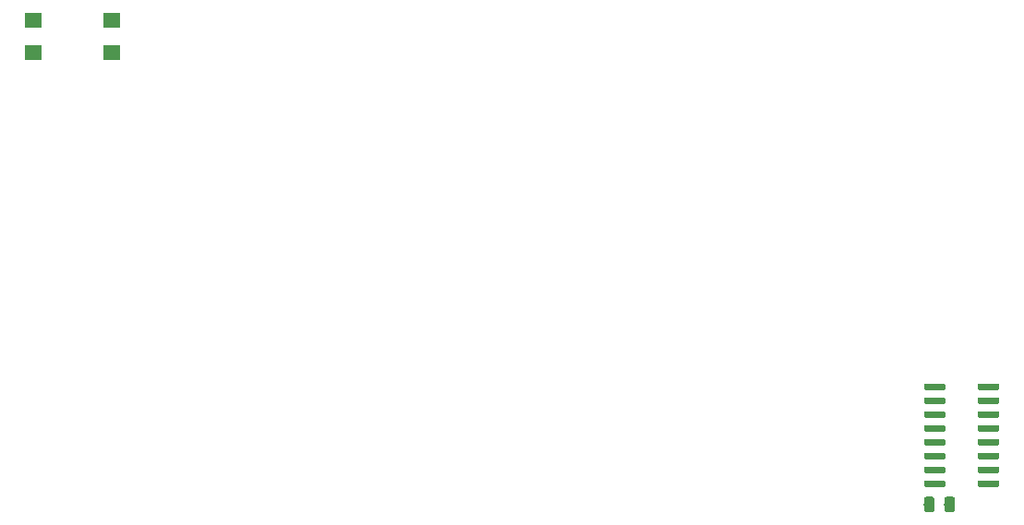
<source format=gbr>
%TF.GenerationSoftware,KiCad,Pcbnew,(5.1.2)-1*%
%TF.CreationDate,2020-03-11T09:00:43+01:00*%
%TF.ProjectId,ArduinoShield_SPIlinedriver_Sync_2V0,41726475-696e-46f5-9368-69656c645f53,rev?*%
%TF.SameCoordinates,Original*%
%TF.FileFunction,Paste,Top*%
%TF.FilePolarity,Positive*%
%FSLAX46Y46*%
G04 Gerber Fmt 4.6, Leading zero omitted, Abs format (unit mm)*
G04 Created by KiCad (PCBNEW (5.1.2)-1) date 2020-03-11 09:00:43*
%MOMM*%
%LPD*%
G04 APERTURE LIST*
%ADD10C,0.100000*%
%ADD11C,0.975000*%
%ADD12C,0.600000*%
%ADD13R,1.600000X1.400000*%
G04 APERTURE END LIST*
D10*
G36*
X188052142Y-114363174D02*
G01*
X188075803Y-114366684D01*
X188099007Y-114372496D01*
X188121529Y-114380554D01*
X188143153Y-114390782D01*
X188163670Y-114403079D01*
X188182883Y-114417329D01*
X188200607Y-114433393D01*
X188216671Y-114451117D01*
X188230921Y-114470330D01*
X188243218Y-114490847D01*
X188253446Y-114512471D01*
X188261504Y-114534993D01*
X188267316Y-114558197D01*
X188270826Y-114581858D01*
X188272000Y-114605750D01*
X188272000Y-115518250D01*
X188270826Y-115542142D01*
X188267316Y-115565803D01*
X188261504Y-115589007D01*
X188253446Y-115611529D01*
X188243218Y-115633153D01*
X188230921Y-115653670D01*
X188216671Y-115672883D01*
X188200607Y-115690607D01*
X188182883Y-115706671D01*
X188163670Y-115720921D01*
X188143153Y-115733218D01*
X188121529Y-115743446D01*
X188099007Y-115751504D01*
X188075803Y-115757316D01*
X188052142Y-115760826D01*
X188028250Y-115762000D01*
X187540750Y-115762000D01*
X187516858Y-115760826D01*
X187493197Y-115757316D01*
X187469993Y-115751504D01*
X187447471Y-115743446D01*
X187425847Y-115733218D01*
X187405330Y-115720921D01*
X187386117Y-115706671D01*
X187368393Y-115690607D01*
X187352329Y-115672883D01*
X187338079Y-115653670D01*
X187325782Y-115633153D01*
X187315554Y-115611529D01*
X187307496Y-115589007D01*
X187301684Y-115565803D01*
X187298174Y-115542142D01*
X187297000Y-115518250D01*
X187297000Y-114605750D01*
X187298174Y-114581858D01*
X187301684Y-114558197D01*
X187307496Y-114534993D01*
X187315554Y-114512471D01*
X187325782Y-114490847D01*
X187338079Y-114470330D01*
X187352329Y-114451117D01*
X187368393Y-114433393D01*
X187386117Y-114417329D01*
X187405330Y-114403079D01*
X187425847Y-114390782D01*
X187447471Y-114380554D01*
X187469993Y-114372496D01*
X187493197Y-114366684D01*
X187516858Y-114363174D01*
X187540750Y-114362000D01*
X188028250Y-114362000D01*
X188052142Y-114363174D01*
X188052142Y-114363174D01*
G37*
D11*
X187784500Y-115062000D03*
D10*
G36*
X189927142Y-114363174D02*
G01*
X189950803Y-114366684D01*
X189974007Y-114372496D01*
X189996529Y-114380554D01*
X190018153Y-114390782D01*
X190038670Y-114403079D01*
X190057883Y-114417329D01*
X190075607Y-114433393D01*
X190091671Y-114451117D01*
X190105921Y-114470330D01*
X190118218Y-114490847D01*
X190128446Y-114512471D01*
X190136504Y-114534993D01*
X190142316Y-114558197D01*
X190145826Y-114581858D01*
X190147000Y-114605750D01*
X190147000Y-115518250D01*
X190145826Y-115542142D01*
X190142316Y-115565803D01*
X190136504Y-115589007D01*
X190128446Y-115611529D01*
X190118218Y-115633153D01*
X190105921Y-115653670D01*
X190091671Y-115672883D01*
X190075607Y-115690607D01*
X190057883Y-115706671D01*
X190038670Y-115720921D01*
X190018153Y-115733218D01*
X189996529Y-115743446D01*
X189974007Y-115751504D01*
X189950803Y-115757316D01*
X189927142Y-115760826D01*
X189903250Y-115762000D01*
X189415750Y-115762000D01*
X189391858Y-115760826D01*
X189368197Y-115757316D01*
X189344993Y-115751504D01*
X189322471Y-115743446D01*
X189300847Y-115733218D01*
X189280330Y-115720921D01*
X189261117Y-115706671D01*
X189243393Y-115690607D01*
X189227329Y-115672883D01*
X189213079Y-115653670D01*
X189200782Y-115633153D01*
X189190554Y-115611529D01*
X189182496Y-115589007D01*
X189176684Y-115565803D01*
X189173174Y-115542142D01*
X189172000Y-115518250D01*
X189172000Y-114605750D01*
X189173174Y-114581858D01*
X189176684Y-114558197D01*
X189182496Y-114534993D01*
X189190554Y-114512471D01*
X189200782Y-114490847D01*
X189213079Y-114470330D01*
X189227329Y-114451117D01*
X189243393Y-114433393D01*
X189261117Y-114417329D01*
X189280330Y-114403079D01*
X189300847Y-114390782D01*
X189322471Y-114380554D01*
X189344993Y-114372496D01*
X189368197Y-114366684D01*
X189391858Y-114363174D01*
X189415750Y-114362000D01*
X189903250Y-114362000D01*
X189927142Y-114363174D01*
X189927142Y-114363174D01*
G37*
D11*
X189659500Y-115062000D03*
D10*
G36*
X194068703Y-112857722D02*
G01*
X194083264Y-112859882D01*
X194097543Y-112863459D01*
X194111403Y-112868418D01*
X194124710Y-112874712D01*
X194137336Y-112882280D01*
X194149159Y-112891048D01*
X194160066Y-112900934D01*
X194169952Y-112911841D01*
X194178720Y-112923664D01*
X194186288Y-112936290D01*
X194192582Y-112949597D01*
X194197541Y-112963457D01*
X194201118Y-112977736D01*
X194203278Y-112992297D01*
X194204000Y-113007000D01*
X194204000Y-113307000D01*
X194203278Y-113321703D01*
X194201118Y-113336264D01*
X194197541Y-113350543D01*
X194192582Y-113364403D01*
X194186288Y-113377710D01*
X194178720Y-113390336D01*
X194169952Y-113402159D01*
X194160066Y-113413066D01*
X194149159Y-113422952D01*
X194137336Y-113431720D01*
X194124710Y-113439288D01*
X194111403Y-113445582D01*
X194097543Y-113450541D01*
X194083264Y-113454118D01*
X194068703Y-113456278D01*
X194054000Y-113457000D01*
X192404000Y-113457000D01*
X192389297Y-113456278D01*
X192374736Y-113454118D01*
X192360457Y-113450541D01*
X192346597Y-113445582D01*
X192333290Y-113439288D01*
X192320664Y-113431720D01*
X192308841Y-113422952D01*
X192297934Y-113413066D01*
X192288048Y-113402159D01*
X192279280Y-113390336D01*
X192271712Y-113377710D01*
X192265418Y-113364403D01*
X192260459Y-113350543D01*
X192256882Y-113336264D01*
X192254722Y-113321703D01*
X192254000Y-113307000D01*
X192254000Y-113007000D01*
X192254722Y-112992297D01*
X192256882Y-112977736D01*
X192260459Y-112963457D01*
X192265418Y-112949597D01*
X192271712Y-112936290D01*
X192279280Y-112923664D01*
X192288048Y-112911841D01*
X192297934Y-112900934D01*
X192308841Y-112891048D01*
X192320664Y-112882280D01*
X192333290Y-112874712D01*
X192346597Y-112868418D01*
X192360457Y-112863459D01*
X192374736Y-112859882D01*
X192389297Y-112857722D01*
X192404000Y-112857000D01*
X194054000Y-112857000D01*
X194068703Y-112857722D01*
X194068703Y-112857722D01*
G37*
D12*
X193229000Y-113157000D03*
D10*
G36*
X194068703Y-111587722D02*
G01*
X194083264Y-111589882D01*
X194097543Y-111593459D01*
X194111403Y-111598418D01*
X194124710Y-111604712D01*
X194137336Y-111612280D01*
X194149159Y-111621048D01*
X194160066Y-111630934D01*
X194169952Y-111641841D01*
X194178720Y-111653664D01*
X194186288Y-111666290D01*
X194192582Y-111679597D01*
X194197541Y-111693457D01*
X194201118Y-111707736D01*
X194203278Y-111722297D01*
X194204000Y-111737000D01*
X194204000Y-112037000D01*
X194203278Y-112051703D01*
X194201118Y-112066264D01*
X194197541Y-112080543D01*
X194192582Y-112094403D01*
X194186288Y-112107710D01*
X194178720Y-112120336D01*
X194169952Y-112132159D01*
X194160066Y-112143066D01*
X194149159Y-112152952D01*
X194137336Y-112161720D01*
X194124710Y-112169288D01*
X194111403Y-112175582D01*
X194097543Y-112180541D01*
X194083264Y-112184118D01*
X194068703Y-112186278D01*
X194054000Y-112187000D01*
X192404000Y-112187000D01*
X192389297Y-112186278D01*
X192374736Y-112184118D01*
X192360457Y-112180541D01*
X192346597Y-112175582D01*
X192333290Y-112169288D01*
X192320664Y-112161720D01*
X192308841Y-112152952D01*
X192297934Y-112143066D01*
X192288048Y-112132159D01*
X192279280Y-112120336D01*
X192271712Y-112107710D01*
X192265418Y-112094403D01*
X192260459Y-112080543D01*
X192256882Y-112066264D01*
X192254722Y-112051703D01*
X192254000Y-112037000D01*
X192254000Y-111737000D01*
X192254722Y-111722297D01*
X192256882Y-111707736D01*
X192260459Y-111693457D01*
X192265418Y-111679597D01*
X192271712Y-111666290D01*
X192279280Y-111653664D01*
X192288048Y-111641841D01*
X192297934Y-111630934D01*
X192308841Y-111621048D01*
X192320664Y-111612280D01*
X192333290Y-111604712D01*
X192346597Y-111598418D01*
X192360457Y-111593459D01*
X192374736Y-111589882D01*
X192389297Y-111587722D01*
X192404000Y-111587000D01*
X194054000Y-111587000D01*
X194068703Y-111587722D01*
X194068703Y-111587722D01*
G37*
D12*
X193229000Y-111887000D03*
D10*
G36*
X194068703Y-110317722D02*
G01*
X194083264Y-110319882D01*
X194097543Y-110323459D01*
X194111403Y-110328418D01*
X194124710Y-110334712D01*
X194137336Y-110342280D01*
X194149159Y-110351048D01*
X194160066Y-110360934D01*
X194169952Y-110371841D01*
X194178720Y-110383664D01*
X194186288Y-110396290D01*
X194192582Y-110409597D01*
X194197541Y-110423457D01*
X194201118Y-110437736D01*
X194203278Y-110452297D01*
X194204000Y-110467000D01*
X194204000Y-110767000D01*
X194203278Y-110781703D01*
X194201118Y-110796264D01*
X194197541Y-110810543D01*
X194192582Y-110824403D01*
X194186288Y-110837710D01*
X194178720Y-110850336D01*
X194169952Y-110862159D01*
X194160066Y-110873066D01*
X194149159Y-110882952D01*
X194137336Y-110891720D01*
X194124710Y-110899288D01*
X194111403Y-110905582D01*
X194097543Y-110910541D01*
X194083264Y-110914118D01*
X194068703Y-110916278D01*
X194054000Y-110917000D01*
X192404000Y-110917000D01*
X192389297Y-110916278D01*
X192374736Y-110914118D01*
X192360457Y-110910541D01*
X192346597Y-110905582D01*
X192333290Y-110899288D01*
X192320664Y-110891720D01*
X192308841Y-110882952D01*
X192297934Y-110873066D01*
X192288048Y-110862159D01*
X192279280Y-110850336D01*
X192271712Y-110837710D01*
X192265418Y-110824403D01*
X192260459Y-110810543D01*
X192256882Y-110796264D01*
X192254722Y-110781703D01*
X192254000Y-110767000D01*
X192254000Y-110467000D01*
X192254722Y-110452297D01*
X192256882Y-110437736D01*
X192260459Y-110423457D01*
X192265418Y-110409597D01*
X192271712Y-110396290D01*
X192279280Y-110383664D01*
X192288048Y-110371841D01*
X192297934Y-110360934D01*
X192308841Y-110351048D01*
X192320664Y-110342280D01*
X192333290Y-110334712D01*
X192346597Y-110328418D01*
X192360457Y-110323459D01*
X192374736Y-110319882D01*
X192389297Y-110317722D01*
X192404000Y-110317000D01*
X194054000Y-110317000D01*
X194068703Y-110317722D01*
X194068703Y-110317722D01*
G37*
D12*
X193229000Y-110617000D03*
D10*
G36*
X194068703Y-109047722D02*
G01*
X194083264Y-109049882D01*
X194097543Y-109053459D01*
X194111403Y-109058418D01*
X194124710Y-109064712D01*
X194137336Y-109072280D01*
X194149159Y-109081048D01*
X194160066Y-109090934D01*
X194169952Y-109101841D01*
X194178720Y-109113664D01*
X194186288Y-109126290D01*
X194192582Y-109139597D01*
X194197541Y-109153457D01*
X194201118Y-109167736D01*
X194203278Y-109182297D01*
X194204000Y-109197000D01*
X194204000Y-109497000D01*
X194203278Y-109511703D01*
X194201118Y-109526264D01*
X194197541Y-109540543D01*
X194192582Y-109554403D01*
X194186288Y-109567710D01*
X194178720Y-109580336D01*
X194169952Y-109592159D01*
X194160066Y-109603066D01*
X194149159Y-109612952D01*
X194137336Y-109621720D01*
X194124710Y-109629288D01*
X194111403Y-109635582D01*
X194097543Y-109640541D01*
X194083264Y-109644118D01*
X194068703Y-109646278D01*
X194054000Y-109647000D01*
X192404000Y-109647000D01*
X192389297Y-109646278D01*
X192374736Y-109644118D01*
X192360457Y-109640541D01*
X192346597Y-109635582D01*
X192333290Y-109629288D01*
X192320664Y-109621720D01*
X192308841Y-109612952D01*
X192297934Y-109603066D01*
X192288048Y-109592159D01*
X192279280Y-109580336D01*
X192271712Y-109567710D01*
X192265418Y-109554403D01*
X192260459Y-109540543D01*
X192256882Y-109526264D01*
X192254722Y-109511703D01*
X192254000Y-109497000D01*
X192254000Y-109197000D01*
X192254722Y-109182297D01*
X192256882Y-109167736D01*
X192260459Y-109153457D01*
X192265418Y-109139597D01*
X192271712Y-109126290D01*
X192279280Y-109113664D01*
X192288048Y-109101841D01*
X192297934Y-109090934D01*
X192308841Y-109081048D01*
X192320664Y-109072280D01*
X192333290Y-109064712D01*
X192346597Y-109058418D01*
X192360457Y-109053459D01*
X192374736Y-109049882D01*
X192389297Y-109047722D01*
X192404000Y-109047000D01*
X194054000Y-109047000D01*
X194068703Y-109047722D01*
X194068703Y-109047722D01*
G37*
D12*
X193229000Y-109347000D03*
D10*
G36*
X194068703Y-107777722D02*
G01*
X194083264Y-107779882D01*
X194097543Y-107783459D01*
X194111403Y-107788418D01*
X194124710Y-107794712D01*
X194137336Y-107802280D01*
X194149159Y-107811048D01*
X194160066Y-107820934D01*
X194169952Y-107831841D01*
X194178720Y-107843664D01*
X194186288Y-107856290D01*
X194192582Y-107869597D01*
X194197541Y-107883457D01*
X194201118Y-107897736D01*
X194203278Y-107912297D01*
X194204000Y-107927000D01*
X194204000Y-108227000D01*
X194203278Y-108241703D01*
X194201118Y-108256264D01*
X194197541Y-108270543D01*
X194192582Y-108284403D01*
X194186288Y-108297710D01*
X194178720Y-108310336D01*
X194169952Y-108322159D01*
X194160066Y-108333066D01*
X194149159Y-108342952D01*
X194137336Y-108351720D01*
X194124710Y-108359288D01*
X194111403Y-108365582D01*
X194097543Y-108370541D01*
X194083264Y-108374118D01*
X194068703Y-108376278D01*
X194054000Y-108377000D01*
X192404000Y-108377000D01*
X192389297Y-108376278D01*
X192374736Y-108374118D01*
X192360457Y-108370541D01*
X192346597Y-108365582D01*
X192333290Y-108359288D01*
X192320664Y-108351720D01*
X192308841Y-108342952D01*
X192297934Y-108333066D01*
X192288048Y-108322159D01*
X192279280Y-108310336D01*
X192271712Y-108297710D01*
X192265418Y-108284403D01*
X192260459Y-108270543D01*
X192256882Y-108256264D01*
X192254722Y-108241703D01*
X192254000Y-108227000D01*
X192254000Y-107927000D01*
X192254722Y-107912297D01*
X192256882Y-107897736D01*
X192260459Y-107883457D01*
X192265418Y-107869597D01*
X192271712Y-107856290D01*
X192279280Y-107843664D01*
X192288048Y-107831841D01*
X192297934Y-107820934D01*
X192308841Y-107811048D01*
X192320664Y-107802280D01*
X192333290Y-107794712D01*
X192346597Y-107788418D01*
X192360457Y-107783459D01*
X192374736Y-107779882D01*
X192389297Y-107777722D01*
X192404000Y-107777000D01*
X194054000Y-107777000D01*
X194068703Y-107777722D01*
X194068703Y-107777722D01*
G37*
D12*
X193229000Y-108077000D03*
D10*
G36*
X194068703Y-106507722D02*
G01*
X194083264Y-106509882D01*
X194097543Y-106513459D01*
X194111403Y-106518418D01*
X194124710Y-106524712D01*
X194137336Y-106532280D01*
X194149159Y-106541048D01*
X194160066Y-106550934D01*
X194169952Y-106561841D01*
X194178720Y-106573664D01*
X194186288Y-106586290D01*
X194192582Y-106599597D01*
X194197541Y-106613457D01*
X194201118Y-106627736D01*
X194203278Y-106642297D01*
X194204000Y-106657000D01*
X194204000Y-106957000D01*
X194203278Y-106971703D01*
X194201118Y-106986264D01*
X194197541Y-107000543D01*
X194192582Y-107014403D01*
X194186288Y-107027710D01*
X194178720Y-107040336D01*
X194169952Y-107052159D01*
X194160066Y-107063066D01*
X194149159Y-107072952D01*
X194137336Y-107081720D01*
X194124710Y-107089288D01*
X194111403Y-107095582D01*
X194097543Y-107100541D01*
X194083264Y-107104118D01*
X194068703Y-107106278D01*
X194054000Y-107107000D01*
X192404000Y-107107000D01*
X192389297Y-107106278D01*
X192374736Y-107104118D01*
X192360457Y-107100541D01*
X192346597Y-107095582D01*
X192333290Y-107089288D01*
X192320664Y-107081720D01*
X192308841Y-107072952D01*
X192297934Y-107063066D01*
X192288048Y-107052159D01*
X192279280Y-107040336D01*
X192271712Y-107027710D01*
X192265418Y-107014403D01*
X192260459Y-107000543D01*
X192256882Y-106986264D01*
X192254722Y-106971703D01*
X192254000Y-106957000D01*
X192254000Y-106657000D01*
X192254722Y-106642297D01*
X192256882Y-106627736D01*
X192260459Y-106613457D01*
X192265418Y-106599597D01*
X192271712Y-106586290D01*
X192279280Y-106573664D01*
X192288048Y-106561841D01*
X192297934Y-106550934D01*
X192308841Y-106541048D01*
X192320664Y-106532280D01*
X192333290Y-106524712D01*
X192346597Y-106518418D01*
X192360457Y-106513459D01*
X192374736Y-106509882D01*
X192389297Y-106507722D01*
X192404000Y-106507000D01*
X194054000Y-106507000D01*
X194068703Y-106507722D01*
X194068703Y-106507722D01*
G37*
D12*
X193229000Y-106807000D03*
D10*
G36*
X194068703Y-105237722D02*
G01*
X194083264Y-105239882D01*
X194097543Y-105243459D01*
X194111403Y-105248418D01*
X194124710Y-105254712D01*
X194137336Y-105262280D01*
X194149159Y-105271048D01*
X194160066Y-105280934D01*
X194169952Y-105291841D01*
X194178720Y-105303664D01*
X194186288Y-105316290D01*
X194192582Y-105329597D01*
X194197541Y-105343457D01*
X194201118Y-105357736D01*
X194203278Y-105372297D01*
X194204000Y-105387000D01*
X194204000Y-105687000D01*
X194203278Y-105701703D01*
X194201118Y-105716264D01*
X194197541Y-105730543D01*
X194192582Y-105744403D01*
X194186288Y-105757710D01*
X194178720Y-105770336D01*
X194169952Y-105782159D01*
X194160066Y-105793066D01*
X194149159Y-105802952D01*
X194137336Y-105811720D01*
X194124710Y-105819288D01*
X194111403Y-105825582D01*
X194097543Y-105830541D01*
X194083264Y-105834118D01*
X194068703Y-105836278D01*
X194054000Y-105837000D01*
X192404000Y-105837000D01*
X192389297Y-105836278D01*
X192374736Y-105834118D01*
X192360457Y-105830541D01*
X192346597Y-105825582D01*
X192333290Y-105819288D01*
X192320664Y-105811720D01*
X192308841Y-105802952D01*
X192297934Y-105793066D01*
X192288048Y-105782159D01*
X192279280Y-105770336D01*
X192271712Y-105757710D01*
X192265418Y-105744403D01*
X192260459Y-105730543D01*
X192256882Y-105716264D01*
X192254722Y-105701703D01*
X192254000Y-105687000D01*
X192254000Y-105387000D01*
X192254722Y-105372297D01*
X192256882Y-105357736D01*
X192260459Y-105343457D01*
X192265418Y-105329597D01*
X192271712Y-105316290D01*
X192279280Y-105303664D01*
X192288048Y-105291841D01*
X192297934Y-105280934D01*
X192308841Y-105271048D01*
X192320664Y-105262280D01*
X192333290Y-105254712D01*
X192346597Y-105248418D01*
X192360457Y-105243459D01*
X192374736Y-105239882D01*
X192389297Y-105237722D01*
X192404000Y-105237000D01*
X194054000Y-105237000D01*
X194068703Y-105237722D01*
X194068703Y-105237722D01*
G37*
D12*
X193229000Y-105537000D03*
D10*
G36*
X194068703Y-103967722D02*
G01*
X194083264Y-103969882D01*
X194097543Y-103973459D01*
X194111403Y-103978418D01*
X194124710Y-103984712D01*
X194137336Y-103992280D01*
X194149159Y-104001048D01*
X194160066Y-104010934D01*
X194169952Y-104021841D01*
X194178720Y-104033664D01*
X194186288Y-104046290D01*
X194192582Y-104059597D01*
X194197541Y-104073457D01*
X194201118Y-104087736D01*
X194203278Y-104102297D01*
X194204000Y-104117000D01*
X194204000Y-104417000D01*
X194203278Y-104431703D01*
X194201118Y-104446264D01*
X194197541Y-104460543D01*
X194192582Y-104474403D01*
X194186288Y-104487710D01*
X194178720Y-104500336D01*
X194169952Y-104512159D01*
X194160066Y-104523066D01*
X194149159Y-104532952D01*
X194137336Y-104541720D01*
X194124710Y-104549288D01*
X194111403Y-104555582D01*
X194097543Y-104560541D01*
X194083264Y-104564118D01*
X194068703Y-104566278D01*
X194054000Y-104567000D01*
X192404000Y-104567000D01*
X192389297Y-104566278D01*
X192374736Y-104564118D01*
X192360457Y-104560541D01*
X192346597Y-104555582D01*
X192333290Y-104549288D01*
X192320664Y-104541720D01*
X192308841Y-104532952D01*
X192297934Y-104523066D01*
X192288048Y-104512159D01*
X192279280Y-104500336D01*
X192271712Y-104487710D01*
X192265418Y-104474403D01*
X192260459Y-104460543D01*
X192256882Y-104446264D01*
X192254722Y-104431703D01*
X192254000Y-104417000D01*
X192254000Y-104117000D01*
X192254722Y-104102297D01*
X192256882Y-104087736D01*
X192260459Y-104073457D01*
X192265418Y-104059597D01*
X192271712Y-104046290D01*
X192279280Y-104033664D01*
X192288048Y-104021841D01*
X192297934Y-104010934D01*
X192308841Y-104001048D01*
X192320664Y-103992280D01*
X192333290Y-103984712D01*
X192346597Y-103978418D01*
X192360457Y-103973459D01*
X192374736Y-103969882D01*
X192389297Y-103967722D01*
X192404000Y-103967000D01*
X194054000Y-103967000D01*
X194068703Y-103967722D01*
X194068703Y-103967722D01*
G37*
D12*
X193229000Y-104267000D03*
D10*
G36*
X189118703Y-103967722D02*
G01*
X189133264Y-103969882D01*
X189147543Y-103973459D01*
X189161403Y-103978418D01*
X189174710Y-103984712D01*
X189187336Y-103992280D01*
X189199159Y-104001048D01*
X189210066Y-104010934D01*
X189219952Y-104021841D01*
X189228720Y-104033664D01*
X189236288Y-104046290D01*
X189242582Y-104059597D01*
X189247541Y-104073457D01*
X189251118Y-104087736D01*
X189253278Y-104102297D01*
X189254000Y-104117000D01*
X189254000Y-104417000D01*
X189253278Y-104431703D01*
X189251118Y-104446264D01*
X189247541Y-104460543D01*
X189242582Y-104474403D01*
X189236288Y-104487710D01*
X189228720Y-104500336D01*
X189219952Y-104512159D01*
X189210066Y-104523066D01*
X189199159Y-104532952D01*
X189187336Y-104541720D01*
X189174710Y-104549288D01*
X189161403Y-104555582D01*
X189147543Y-104560541D01*
X189133264Y-104564118D01*
X189118703Y-104566278D01*
X189104000Y-104567000D01*
X187454000Y-104567000D01*
X187439297Y-104566278D01*
X187424736Y-104564118D01*
X187410457Y-104560541D01*
X187396597Y-104555582D01*
X187383290Y-104549288D01*
X187370664Y-104541720D01*
X187358841Y-104532952D01*
X187347934Y-104523066D01*
X187338048Y-104512159D01*
X187329280Y-104500336D01*
X187321712Y-104487710D01*
X187315418Y-104474403D01*
X187310459Y-104460543D01*
X187306882Y-104446264D01*
X187304722Y-104431703D01*
X187304000Y-104417000D01*
X187304000Y-104117000D01*
X187304722Y-104102297D01*
X187306882Y-104087736D01*
X187310459Y-104073457D01*
X187315418Y-104059597D01*
X187321712Y-104046290D01*
X187329280Y-104033664D01*
X187338048Y-104021841D01*
X187347934Y-104010934D01*
X187358841Y-104001048D01*
X187370664Y-103992280D01*
X187383290Y-103984712D01*
X187396597Y-103978418D01*
X187410457Y-103973459D01*
X187424736Y-103969882D01*
X187439297Y-103967722D01*
X187454000Y-103967000D01*
X189104000Y-103967000D01*
X189118703Y-103967722D01*
X189118703Y-103967722D01*
G37*
D12*
X188279000Y-104267000D03*
D10*
G36*
X189118703Y-105237722D02*
G01*
X189133264Y-105239882D01*
X189147543Y-105243459D01*
X189161403Y-105248418D01*
X189174710Y-105254712D01*
X189187336Y-105262280D01*
X189199159Y-105271048D01*
X189210066Y-105280934D01*
X189219952Y-105291841D01*
X189228720Y-105303664D01*
X189236288Y-105316290D01*
X189242582Y-105329597D01*
X189247541Y-105343457D01*
X189251118Y-105357736D01*
X189253278Y-105372297D01*
X189254000Y-105387000D01*
X189254000Y-105687000D01*
X189253278Y-105701703D01*
X189251118Y-105716264D01*
X189247541Y-105730543D01*
X189242582Y-105744403D01*
X189236288Y-105757710D01*
X189228720Y-105770336D01*
X189219952Y-105782159D01*
X189210066Y-105793066D01*
X189199159Y-105802952D01*
X189187336Y-105811720D01*
X189174710Y-105819288D01*
X189161403Y-105825582D01*
X189147543Y-105830541D01*
X189133264Y-105834118D01*
X189118703Y-105836278D01*
X189104000Y-105837000D01*
X187454000Y-105837000D01*
X187439297Y-105836278D01*
X187424736Y-105834118D01*
X187410457Y-105830541D01*
X187396597Y-105825582D01*
X187383290Y-105819288D01*
X187370664Y-105811720D01*
X187358841Y-105802952D01*
X187347934Y-105793066D01*
X187338048Y-105782159D01*
X187329280Y-105770336D01*
X187321712Y-105757710D01*
X187315418Y-105744403D01*
X187310459Y-105730543D01*
X187306882Y-105716264D01*
X187304722Y-105701703D01*
X187304000Y-105687000D01*
X187304000Y-105387000D01*
X187304722Y-105372297D01*
X187306882Y-105357736D01*
X187310459Y-105343457D01*
X187315418Y-105329597D01*
X187321712Y-105316290D01*
X187329280Y-105303664D01*
X187338048Y-105291841D01*
X187347934Y-105280934D01*
X187358841Y-105271048D01*
X187370664Y-105262280D01*
X187383290Y-105254712D01*
X187396597Y-105248418D01*
X187410457Y-105243459D01*
X187424736Y-105239882D01*
X187439297Y-105237722D01*
X187454000Y-105237000D01*
X189104000Y-105237000D01*
X189118703Y-105237722D01*
X189118703Y-105237722D01*
G37*
D12*
X188279000Y-105537000D03*
D10*
G36*
X189118703Y-106507722D02*
G01*
X189133264Y-106509882D01*
X189147543Y-106513459D01*
X189161403Y-106518418D01*
X189174710Y-106524712D01*
X189187336Y-106532280D01*
X189199159Y-106541048D01*
X189210066Y-106550934D01*
X189219952Y-106561841D01*
X189228720Y-106573664D01*
X189236288Y-106586290D01*
X189242582Y-106599597D01*
X189247541Y-106613457D01*
X189251118Y-106627736D01*
X189253278Y-106642297D01*
X189254000Y-106657000D01*
X189254000Y-106957000D01*
X189253278Y-106971703D01*
X189251118Y-106986264D01*
X189247541Y-107000543D01*
X189242582Y-107014403D01*
X189236288Y-107027710D01*
X189228720Y-107040336D01*
X189219952Y-107052159D01*
X189210066Y-107063066D01*
X189199159Y-107072952D01*
X189187336Y-107081720D01*
X189174710Y-107089288D01*
X189161403Y-107095582D01*
X189147543Y-107100541D01*
X189133264Y-107104118D01*
X189118703Y-107106278D01*
X189104000Y-107107000D01*
X187454000Y-107107000D01*
X187439297Y-107106278D01*
X187424736Y-107104118D01*
X187410457Y-107100541D01*
X187396597Y-107095582D01*
X187383290Y-107089288D01*
X187370664Y-107081720D01*
X187358841Y-107072952D01*
X187347934Y-107063066D01*
X187338048Y-107052159D01*
X187329280Y-107040336D01*
X187321712Y-107027710D01*
X187315418Y-107014403D01*
X187310459Y-107000543D01*
X187306882Y-106986264D01*
X187304722Y-106971703D01*
X187304000Y-106957000D01*
X187304000Y-106657000D01*
X187304722Y-106642297D01*
X187306882Y-106627736D01*
X187310459Y-106613457D01*
X187315418Y-106599597D01*
X187321712Y-106586290D01*
X187329280Y-106573664D01*
X187338048Y-106561841D01*
X187347934Y-106550934D01*
X187358841Y-106541048D01*
X187370664Y-106532280D01*
X187383290Y-106524712D01*
X187396597Y-106518418D01*
X187410457Y-106513459D01*
X187424736Y-106509882D01*
X187439297Y-106507722D01*
X187454000Y-106507000D01*
X189104000Y-106507000D01*
X189118703Y-106507722D01*
X189118703Y-106507722D01*
G37*
D12*
X188279000Y-106807000D03*
D10*
G36*
X189118703Y-107777722D02*
G01*
X189133264Y-107779882D01*
X189147543Y-107783459D01*
X189161403Y-107788418D01*
X189174710Y-107794712D01*
X189187336Y-107802280D01*
X189199159Y-107811048D01*
X189210066Y-107820934D01*
X189219952Y-107831841D01*
X189228720Y-107843664D01*
X189236288Y-107856290D01*
X189242582Y-107869597D01*
X189247541Y-107883457D01*
X189251118Y-107897736D01*
X189253278Y-107912297D01*
X189254000Y-107927000D01*
X189254000Y-108227000D01*
X189253278Y-108241703D01*
X189251118Y-108256264D01*
X189247541Y-108270543D01*
X189242582Y-108284403D01*
X189236288Y-108297710D01*
X189228720Y-108310336D01*
X189219952Y-108322159D01*
X189210066Y-108333066D01*
X189199159Y-108342952D01*
X189187336Y-108351720D01*
X189174710Y-108359288D01*
X189161403Y-108365582D01*
X189147543Y-108370541D01*
X189133264Y-108374118D01*
X189118703Y-108376278D01*
X189104000Y-108377000D01*
X187454000Y-108377000D01*
X187439297Y-108376278D01*
X187424736Y-108374118D01*
X187410457Y-108370541D01*
X187396597Y-108365582D01*
X187383290Y-108359288D01*
X187370664Y-108351720D01*
X187358841Y-108342952D01*
X187347934Y-108333066D01*
X187338048Y-108322159D01*
X187329280Y-108310336D01*
X187321712Y-108297710D01*
X187315418Y-108284403D01*
X187310459Y-108270543D01*
X187306882Y-108256264D01*
X187304722Y-108241703D01*
X187304000Y-108227000D01*
X187304000Y-107927000D01*
X187304722Y-107912297D01*
X187306882Y-107897736D01*
X187310459Y-107883457D01*
X187315418Y-107869597D01*
X187321712Y-107856290D01*
X187329280Y-107843664D01*
X187338048Y-107831841D01*
X187347934Y-107820934D01*
X187358841Y-107811048D01*
X187370664Y-107802280D01*
X187383290Y-107794712D01*
X187396597Y-107788418D01*
X187410457Y-107783459D01*
X187424736Y-107779882D01*
X187439297Y-107777722D01*
X187454000Y-107777000D01*
X189104000Y-107777000D01*
X189118703Y-107777722D01*
X189118703Y-107777722D01*
G37*
D12*
X188279000Y-108077000D03*
D10*
G36*
X189118703Y-109047722D02*
G01*
X189133264Y-109049882D01*
X189147543Y-109053459D01*
X189161403Y-109058418D01*
X189174710Y-109064712D01*
X189187336Y-109072280D01*
X189199159Y-109081048D01*
X189210066Y-109090934D01*
X189219952Y-109101841D01*
X189228720Y-109113664D01*
X189236288Y-109126290D01*
X189242582Y-109139597D01*
X189247541Y-109153457D01*
X189251118Y-109167736D01*
X189253278Y-109182297D01*
X189254000Y-109197000D01*
X189254000Y-109497000D01*
X189253278Y-109511703D01*
X189251118Y-109526264D01*
X189247541Y-109540543D01*
X189242582Y-109554403D01*
X189236288Y-109567710D01*
X189228720Y-109580336D01*
X189219952Y-109592159D01*
X189210066Y-109603066D01*
X189199159Y-109612952D01*
X189187336Y-109621720D01*
X189174710Y-109629288D01*
X189161403Y-109635582D01*
X189147543Y-109640541D01*
X189133264Y-109644118D01*
X189118703Y-109646278D01*
X189104000Y-109647000D01*
X187454000Y-109647000D01*
X187439297Y-109646278D01*
X187424736Y-109644118D01*
X187410457Y-109640541D01*
X187396597Y-109635582D01*
X187383290Y-109629288D01*
X187370664Y-109621720D01*
X187358841Y-109612952D01*
X187347934Y-109603066D01*
X187338048Y-109592159D01*
X187329280Y-109580336D01*
X187321712Y-109567710D01*
X187315418Y-109554403D01*
X187310459Y-109540543D01*
X187306882Y-109526264D01*
X187304722Y-109511703D01*
X187304000Y-109497000D01*
X187304000Y-109197000D01*
X187304722Y-109182297D01*
X187306882Y-109167736D01*
X187310459Y-109153457D01*
X187315418Y-109139597D01*
X187321712Y-109126290D01*
X187329280Y-109113664D01*
X187338048Y-109101841D01*
X187347934Y-109090934D01*
X187358841Y-109081048D01*
X187370664Y-109072280D01*
X187383290Y-109064712D01*
X187396597Y-109058418D01*
X187410457Y-109053459D01*
X187424736Y-109049882D01*
X187439297Y-109047722D01*
X187454000Y-109047000D01*
X189104000Y-109047000D01*
X189118703Y-109047722D01*
X189118703Y-109047722D01*
G37*
D12*
X188279000Y-109347000D03*
D10*
G36*
X189118703Y-110317722D02*
G01*
X189133264Y-110319882D01*
X189147543Y-110323459D01*
X189161403Y-110328418D01*
X189174710Y-110334712D01*
X189187336Y-110342280D01*
X189199159Y-110351048D01*
X189210066Y-110360934D01*
X189219952Y-110371841D01*
X189228720Y-110383664D01*
X189236288Y-110396290D01*
X189242582Y-110409597D01*
X189247541Y-110423457D01*
X189251118Y-110437736D01*
X189253278Y-110452297D01*
X189254000Y-110467000D01*
X189254000Y-110767000D01*
X189253278Y-110781703D01*
X189251118Y-110796264D01*
X189247541Y-110810543D01*
X189242582Y-110824403D01*
X189236288Y-110837710D01*
X189228720Y-110850336D01*
X189219952Y-110862159D01*
X189210066Y-110873066D01*
X189199159Y-110882952D01*
X189187336Y-110891720D01*
X189174710Y-110899288D01*
X189161403Y-110905582D01*
X189147543Y-110910541D01*
X189133264Y-110914118D01*
X189118703Y-110916278D01*
X189104000Y-110917000D01*
X187454000Y-110917000D01*
X187439297Y-110916278D01*
X187424736Y-110914118D01*
X187410457Y-110910541D01*
X187396597Y-110905582D01*
X187383290Y-110899288D01*
X187370664Y-110891720D01*
X187358841Y-110882952D01*
X187347934Y-110873066D01*
X187338048Y-110862159D01*
X187329280Y-110850336D01*
X187321712Y-110837710D01*
X187315418Y-110824403D01*
X187310459Y-110810543D01*
X187306882Y-110796264D01*
X187304722Y-110781703D01*
X187304000Y-110767000D01*
X187304000Y-110467000D01*
X187304722Y-110452297D01*
X187306882Y-110437736D01*
X187310459Y-110423457D01*
X187315418Y-110409597D01*
X187321712Y-110396290D01*
X187329280Y-110383664D01*
X187338048Y-110371841D01*
X187347934Y-110360934D01*
X187358841Y-110351048D01*
X187370664Y-110342280D01*
X187383290Y-110334712D01*
X187396597Y-110328418D01*
X187410457Y-110323459D01*
X187424736Y-110319882D01*
X187439297Y-110317722D01*
X187454000Y-110317000D01*
X189104000Y-110317000D01*
X189118703Y-110317722D01*
X189118703Y-110317722D01*
G37*
D12*
X188279000Y-110617000D03*
D10*
G36*
X189118703Y-111587722D02*
G01*
X189133264Y-111589882D01*
X189147543Y-111593459D01*
X189161403Y-111598418D01*
X189174710Y-111604712D01*
X189187336Y-111612280D01*
X189199159Y-111621048D01*
X189210066Y-111630934D01*
X189219952Y-111641841D01*
X189228720Y-111653664D01*
X189236288Y-111666290D01*
X189242582Y-111679597D01*
X189247541Y-111693457D01*
X189251118Y-111707736D01*
X189253278Y-111722297D01*
X189254000Y-111737000D01*
X189254000Y-112037000D01*
X189253278Y-112051703D01*
X189251118Y-112066264D01*
X189247541Y-112080543D01*
X189242582Y-112094403D01*
X189236288Y-112107710D01*
X189228720Y-112120336D01*
X189219952Y-112132159D01*
X189210066Y-112143066D01*
X189199159Y-112152952D01*
X189187336Y-112161720D01*
X189174710Y-112169288D01*
X189161403Y-112175582D01*
X189147543Y-112180541D01*
X189133264Y-112184118D01*
X189118703Y-112186278D01*
X189104000Y-112187000D01*
X187454000Y-112187000D01*
X187439297Y-112186278D01*
X187424736Y-112184118D01*
X187410457Y-112180541D01*
X187396597Y-112175582D01*
X187383290Y-112169288D01*
X187370664Y-112161720D01*
X187358841Y-112152952D01*
X187347934Y-112143066D01*
X187338048Y-112132159D01*
X187329280Y-112120336D01*
X187321712Y-112107710D01*
X187315418Y-112094403D01*
X187310459Y-112080543D01*
X187306882Y-112066264D01*
X187304722Y-112051703D01*
X187304000Y-112037000D01*
X187304000Y-111737000D01*
X187304722Y-111722297D01*
X187306882Y-111707736D01*
X187310459Y-111693457D01*
X187315418Y-111679597D01*
X187321712Y-111666290D01*
X187329280Y-111653664D01*
X187338048Y-111641841D01*
X187347934Y-111630934D01*
X187358841Y-111621048D01*
X187370664Y-111612280D01*
X187383290Y-111604712D01*
X187396597Y-111598418D01*
X187410457Y-111593459D01*
X187424736Y-111589882D01*
X187439297Y-111587722D01*
X187454000Y-111587000D01*
X189104000Y-111587000D01*
X189118703Y-111587722D01*
X189118703Y-111587722D01*
G37*
D12*
X188279000Y-111887000D03*
D10*
G36*
X189118703Y-112857722D02*
G01*
X189133264Y-112859882D01*
X189147543Y-112863459D01*
X189161403Y-112868418D01*
X189174710Y-112874712D01*
X189187336Y-112882280D01*
X189199159Y-112891048D01*
X189210066Y-112900934D01*
X189219952Y-112911841D01*
X189228720Y-112923664D01*
X189236288Y-112936290D01*
X189242582Y-112949597D01*
X189247541Y-112963457D01*
X189251118Y-112977736D01*
X189253278Y-112992297D01*
X189254000Y-113007000D01*
X189254000Y-113307000D01*
X189253278Y-113321703D01*
X189251118Y-113336264D01*
X189247541Y-113350543D01*
X189242582Y-113364403D01*
X189236288Y-113377710D01*
X189228720Y-113390336D01*
X189219952Y-113402159D01*
X189210066Y-113413066D01*
X189199159Y-113422952D01*
X189187336Y-113431720D01*
X189174710Y-113439288D01*
X189161403Y-113445582D01*
X189147543Y-113450541D01*
X189133264Y-113454118D01*
X189118703Y-113456278D01*
X189104000Y-113457000D01*
X187454000Y-113457000D01*
X187439297Y-113456278D01*
X187424736Y-113454118D01*
X187410457Y-113450541D01*
X187396597Y-113445582D01*
X187383290Y-113439288D01*
X187370664Y-113431720D01*
X187358841Y-113422952D01*
X187347934Y-113413066D01*
X187338048Y-113402159D01*
X187329280Y-113390336D01*
X187321712Y-113377710D01*
X187315418Y-113364403D01*
X187310459Y-113350543D01*
X187306882Y-113336264D01*
X187304722Y-113321703D01*
X187304000Y-113307000D01*
X187304000Y-113007000D01*
X187304722Y-112992297D01*
X187306882Y-112977736D01*
X187310459Y-112963457D01*
X187315418Y-112949597D01*
X187321712Y-112936290D01*
X187329280Y-112923664D01*
X187338048Y-112911841D01*
X187347934Y-112900934D01*
X187358841Y-112891048D01*
X187370664Y-112882280D01*
X187383290Y-112874712D01*
X187396597Y-112868418D01*
X187410457Y-112863459D01*
X187424736Y-112859882D01*
X187439297Y-112857722D01*
X187454000Y-112857000D01*
X189104000Y-112857000D01*
X189118703Y-112857722D01*
X189118703Y-112857722D01*
G37*
D12*
X188279000Y-113157000D03*
D13*
X112820000Y-70636000D03*
X105620000Y-70636000D03*
X112820000Y-73636000D03*
X105620000Y-73636000D03*
M02*

</source>
